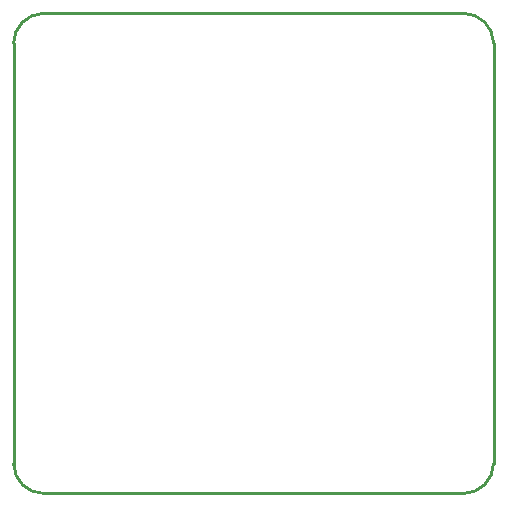
<source format=gko>
G04 Layer: BoardOutline*
G04 EasyEDA v6.3.22, 2020-02-28T15:00:48+01:00*
G04 63a5f4fbcb7f4444b97e2c31749ff225,9eabfb72a9474bef872f988307f0334b,10*
G04 Gerber Generator version 0.2*
G04 Scale: 100 percent, Rotated: No, Reflected: No *
G04 Dimensions in millimeters *
G04 leading zeros omitted , absolute positions ,3 integer and 3 decimal *
%FSLAX33Y33*%
%MOMM*%
G90*
G71D02*

%ADD10C,0.254000*%
G54D10*
G01X2503Y40640D02*
G01X38098Y40640D01*
G01X40640Y38136D02*
G01X40640Y2494D01*
G01X38136Y0D02*
G01X2541Y0D01*
G01X0Y38098D02*
G01X0Y2440D01*
G75*
G01X38137Y0D02*
G03X40641Y2542I-37J2540D01*
G01*
G75*
G01X0Y2504D02*
G03X2542Y0I2540J36D01*
G01*
G75*
G01X2504Y40640D02*
G03X0Y38099I36J-2540D01*
G01*
G75*
G01X40640Y38137D02*
G03X38099Y40641I-2540J-37D01*
G01*

%LPD*%
M00*
M02*

</source>
